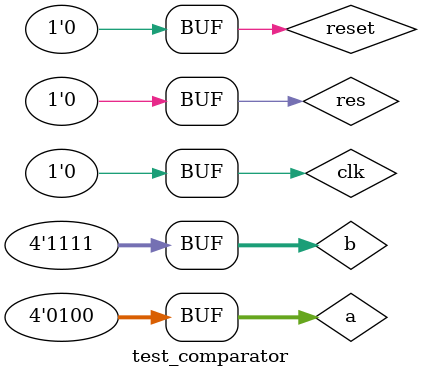
<source format=v>
`timescale 1ns / 1ps


module test_comparator;

	// Inputs
	reg clk;
	reg reset;
	reg [3:0] a;
	reg [3:0] b;

	// Outputs
	wire res;

	// Instantiate the Unit Under Test (UUT)
	signed_num uut (
		.clk(clk), 
		.reset(reset), 
		.a(a), 
		.b(b), 
		.res(res)
	);

	initial begin
		// Initialize Inputs
		clk = 0;
		reset = 0;
		a = 4;
		b = 1;

		// Wait 100 ns for global reset to finish
		#100 b=-1;
        
		// Add stimulus here

	end
	
	assign res=a>$signed(b);
      
endmodule


</source>
